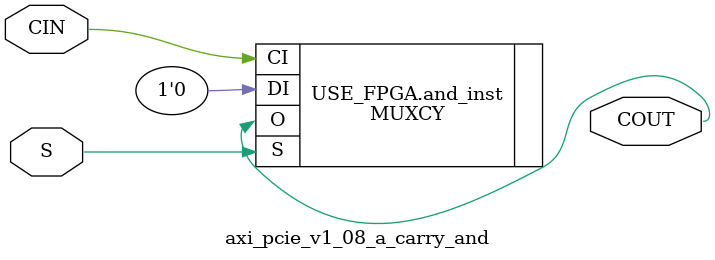
<source format=v>
`timescale 1ns/100ps


module axi_pcie_v1_08_a_carry_and #
  (
   parameter         C_FAMILY                         = "virtex6"
                       // FPGA Family. Current version: virtex6 or spartan6.
   )
  (
   input  wire        CIN,
   input  wire        S,
   output wire        COUT
   );
  
  
  /////////////////////////////////////////////////////////////////////////////
  // Variables for generating parameter controlled instances.
  /////////////////////////////////////////////////////////////////////////////
  
  
  /////////////////////////////////////////////////////////////////////////////
  // Local params
  /////////////////////////////////////////////////////////////////////////////
  
  
  /////////////////////////////////////////////////////////////////////////////
  // Functions
  /////////////////////////////////////////////////////////////////////////////
  
  
  /////////////////////////////////////////////////////////////////////////////
  // Internal signals
  /////////////////////////////////////////////////////////////////////////////

  
  /////////////////////////////////////////////////////////////////////////////
  // Instantiate or use RTL code
  /////////////////////////////////////////////////////////////////////////////
  
  generate
    if ( C_FAMILY == "rtl" ) begin : USE_RTL
      assign COUT = CIN & S;
      
    end else begin : USE_FPGA
      MUXCY and_inst 
      (
       .O (COUT), 
       .CI (CIN), 
       .DI (1'b0), 
       .S (S)
      ); 
      
    end
  endgenerate
  
  
endmodule

</source>
